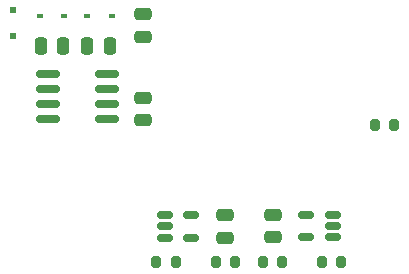
<source format=gbr>
%TF.GenerationSoftware,KiCad,Pcbnew,(6.0.7)*%
%TF.CreationDate,2022-11-14T21:42:39-08:00*%
%TF.ProjectId,3PDT_Regulator,33504454-5f52-4656-9775-6c61746f722e,rev?*%
%TF.SameCoordinates,Original*%
%TF.FileFunction,Paste,Top*%
%TF.FilePolarity,Positive*%
%FSLAX46Y46*%
G04 Gerber Fmt 4.6, Leading zero omitted, Abs format (unit mm)*
G04 Created by KiCad (PCBNEW (6.0.7)) date 2022-11-14 21:42:39*
%MOMM*%
%LPD*%
G01*
G04 APERTURE LIST*
G04 Aperture macros list*
%AMRoundRect*
0 Rectangle with rounded corners*
0 $1 Rounding radius*
0 $2 $3 $4 $5 $6 $7 $8 $9 X,Y pos of 4 corners*
0 Add a 4 corners polygon primitive as box body*
4,1,4,$2,$3,$4,$5,$6,$7,$8,$9,$2,$3,0*
0 Add four circle primitives for the rounded corners*
1,1,$1+$1,$2,$3*
1,1,$1+$1,$4,$5*
1,1,$1+$1,$6,$7*
1,1,$1+$1,$8,$9*
0 Add four rect primitives between the rounded corners*
20,1,$1+$1,$2,$3,$4,$5,0*
20,1,$1+$1,$4,$5,$6,$7,0*
20,1,$1+$1,$6,$7,$8,$9,0*
20,1,$1+$1,$8,$9,$2,$3,0*%
G04 Aperture macros list end*
%ADD10RoundRect,0.150000X0.512500X0.150000X-0.512500X0.150000X-0.512500X-0.150000X0.512500X-0.150000X0*%
%ADD11RoundRect,0.150000X-0.512500X-0.150000X0.512500X-0.150000X0.512500X0.150000X-0.512500X0.150000X0*%
%ADD12RoundRect,0.150000X-0.825000X-0.150000X0.825000X-0.150000X0.825000X0.150000X-0.825000X0.150000X0*%
%ADD13RoundRect,0.200000X0.200000X0.275000X-0.200000X0.275000X-0.200000X-0.275000X0.200000X-0.275000X0*%
%ADD14RoundRect,0.200000X-0.200000X-0.275000X0.200000X-0.275000X0.200000X0.275000X-0.200000X0.275000X0*%
%ADD15R,0.600000X0.450000*%
%ADD16R,0.500000X0.500000*%
%ADD17RoundRect,0.250000X-0.475000X0.250000X-0.475000X-0.250000X0.475000X-0.250000X0.475000X0.250000X0*%
%ADD18RoundRect,0.250000X-0.250000X-0.475000X0.250000X-0.475000X0.250000X0.475000X-0.250000X0.475000X0*%
G04 APERTURE END LIST*
D10*
%TO.C,U3*%
X244862500Y-140400000D03*
X244862500Y-138500000D03*
X247137500Y-138500000D03*
X247137500Y-139450000D03*
X247137500Y-140400000D03*
%TD*%
D11*
%TO.C,U2*%
X232862500Y-138550000D03*
X232862500Y-139500000D03*
X232862500Y-140450000D03*
X235137500Y-140450000D03*
X235137500Y-138550000D03*
%TD*%
D12*
%TO.C,U1*%
X223025000Y-126595000D03*
X223025000Y-127865000D03*
X223025000Y-129135000D03*
X223025000Y-130405000D03*
X227975000Y-130405000D03*
X227975000Y-129135000D03*
X227975000Y-127865000D03*
X227975000Y-126595000D03*
%TD*%
D13*
%TO.C,R5*%
X242825000Y-142500000D03*
X241175000Y-142500000D03*
%TD*%
%TO.C,R4*%
X247825000Y-142500000D03*
X246175000Y-142500000D03*
%TD*%
D14*
%TO.C,R3*%
X232175000Y-142500000D03*
X233825000Y-142500000D03*
%TD*%
%TO.C,R2*%
X237175000Y-142500000D03*
X238825000Y-142500000D03*
%TD*%
%TO.C,R1*%
X250675000Y-130900000D03*
X252325000Y-130900000D03*
%TD*%
D15*
%TO.C,D4*%
X226270000Y-121720000D03*
X228370000Y-121720000D03*
%TD*%
%TO.C,D3*%
X222270000Y-121720000D03*
X224370000Y-121720000D03*
%TD*%
D16*
%TO.C,D2*%
X220000000Y-123350000D03*
X220000000Y-121150000D03*
%TD*%
D17*
%TO.C,C6*%
X242000000Y-138500000D03*
X242000000Y-140400000D03*
%TD*%
%TO.C,C5*%
X238000000Y-138550000D03*
X238000000Y-140450000D03*
%TD*%
%TO.C,C4*%
X231000000Y-128600000D03*
X231000000Y-130500000D03*
%TD*%
%TO.C,C3*%
X231000000Y-121550000D03*
X231000000Y-123450000D03*
%TD*%
D18*
%TO.C,C2*%
X228220000Y-124220000D03*
X226320000Y-124220000D03*
%TD*%
%TO.C,C1*%
X224270000Y-124220000D03*
X222370000Y-124220000D03*
%TD*%
M02*

</source>
